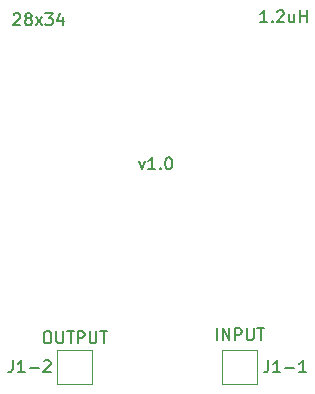
<source format=gbr>
%TF.GenerationSoftware,KiCad,Pcbnew,(6.0.11-0)*%
%TF.CreationDate,2023-05-05T09:17:23+02:00*%
%TF.ProjectId,Q17-PCB-Coil,5131372d-5043-4422-9d43-6f696c2e6b69,1.0*%
%TF.SameCoordinates,Original*%
%TF.FileFunction,Legend,Top*%
%TF.FilePolarity,Positive*%
%FSLAX46Y46*%
G04 Gerber Fmt 4.6, Leading zero omitted, Abs format (unit mm)*
G04 Created by KiCad (PCBNEW (6.0.11-0)) date 2023-05-05 09:17:23*
%MOMM*%
%LPD*%
G01*
G04 APERTURE LIST*
%ADD10C,0.150000*%
%ADD11C,0.120000*%
G04 APERTURE END LIST*
D10*
X129320962Y-85288380D02*
X128749533Y-85288380D01*
X129035247Y-85288380D02*
X129035247Y-84288380D01*
X128940009Y-84431238D01*
X128844771Y-84526476D01*
X128749533Y-84574095D01*
X129749533Y-85193142D02*
X129797152Y-85240761D01*
X129749533Y-85288380D01*
X129701914Y-85240761D01*
X129749533Y-85193142D01*
X129749533Y-85288380D01*
X130178104Y-84383619D02*
X130225724Y-84336000D01*
X130320962Y-84288380D01*
X130559057Y-84288380D01*
X130654295Y-84336000D01*
X130701914Y-84383619D01*
X130749533Y-84478857D01*
X130749533Y-84574095D01*
X130701914Y-84716952D01*
X130130485Y-85288380D01*
X130749533Y-85288380D01*
X131606676Y-84621714D02*
X131606676Y-85288380D01*
X131178104Y-84621714D02*
X131178104Y-85145523D01*
X131225724Y-85240761D01*
X131320962Y-85288380D01*
X131463819Y-85288380D01*
X131559057Y-85240761D01*
X131606676Y-85193142D01*
X132082866Y-85288380D02*
X132082866Y-84288380D01*
X132082866Y-84764571D02*
X132654295Y-84764571D01*
X132654295Y-85288380D02*
X132654295Y-84288380D01*
X110625238Y-111466380D02*
X110815714Y-111466380D01*
X110910952Y-111514000D01*
X111006190Y-111609238D01*
X111053809Y-111799714D01*
X111053809Y-112133047D01*
X111006190Y-112323523D01*
X110910952Y-112418761D01*
X110815714Y-112466380D01*
X110625238Y-112466380D01*
X110530000Y-112418761D01*
X110434761Y-112323523D01*
X110387142Y-112133047D01*
X110387142Y-111799714D01*
X110434761Y-111609238D01*
X110530000Y-111514000D01*
X110625238Y-111466380D01*
X111482380Y-111466380D02*
X111482380Y-112275904D01*
X111530000Y-112371142D01*
X111577619Y-112418761D01*
X111672857Y-112466380D01*
X111863333Y-112466380D01*
X111958571Y-112418761D01*
X112006190Y-112371142D01*
X112053809Y-112275904D01*
X112053809Y-111466380D01*
X112387142Y-111466380D02*
X112958571Y-111466380D01*
X112672857Y-112466380D02*
X112672857Y-111466380D01*
X113291904Y-112466380D02*
X113291904Y-111466380D01*
X113672857Y-111466380D01*
X113768095Y-111514000D01*
X113815714Y-111561619D01*
X113863333Y-111656857D01*
X113863333Y-111799714D01*
X113815714Y-111894952D01*
X113768095Y-111942571D01*
X113672857Y-111990190D01*
X113291904Y-111990190D01*
X114291904Y-111466380D02*
X114291904Y-112275904D01*
X114339523Y-112371142D01*
X114387142Y-112418761D01*
X114482380Y-112466380D01*
X114672857Y-112466380D01*
X114768095Y-112418761D01*
X114815714Y-112371142D01*
X114863333Y-112275904D01*
X114863333Y-111466380D01*
X115196666Y-111466380D02*
X115768095Y-111466380D01*
X115482380Y-112466380D02*
X115482380Y-111466380D01*
X118459428Y-97067714D02*
X118697523Y-97734380D01*
X118935619Y-97067714D01*
X119840380Y-97734380D02*
X119268952Y-97734380D01*
X119554666Y-97734380D02*
X119554666Y-96734380D01*
X119459428Y-96877238D01*
X119364190Y-96972476D01*
X119268952Y-97020095D01*
X120268952Y-97639142D02*
X120316571Y-97686761D01*
X120268952Y-97734380D01*
X120221333Y-97686761D01*
X120268952Y-97639142D01*
X120268952Y-97734380D01*
X120935619Y-96734380D02*
X121030857Y-96734380D01*
X121126095Y-96782000D01*
X121173714Y-96829619D01*
X121221333Y-96924857D01*
X121268952Y-97115333D01*
X121268952Y-97353428D01*
X121221333Y-97543904D01*
X121173714Y-97639142D01*
X121126095Y-97686761D01*
X121030857Y-97734380D01*
X120935619Y-97734380D01*
X120840380Y-97686761D01*
X120792761Y-97639142D01*
X120745142Y-97543904D01*
X120697523Y-97353428D01*
X120697523Y-97115333D01*
X120745142Y-96924857D01*
X120792761Y-96829619D01*
X120840380Y-96782000D01*
X120935619Y-96734380D01*
X107862952Y-84637619D02*
X107910571Y-84590000D01*
X108005809Y-84542380D01*
X108243904Y-84542380D01*
X108339142Y-84590000D01*
X108386761Y-84637619D01*
X108434380Y-84732857D01*
X108434380Y-84828095D01*
X108386761Y-84970952D01*
X107815333Y-85542380D01*
X108434380Y-85542380D01*
X109005809Y-84970952D02*
X108910571Y-84923333D01*
X108862952Y-84875714D01*
X108815333Y-84780476D01*
X108815333Y-84732857D01*
X108862952Y-84637619D01*
X108910571Y-84590000D01*
X109005809Y-84542380D01*
X109196285Y-84542380D01*
X109291523Y-84590000D01*
X109339142Y-84637619D01*
X109386761Y-84732857D01*
X109386761Y-84780476D01*
X109339142Y-84875714D01*
X109291523Y-84923333D01*
X109196285Y-84970952D01*
X109005809Y-84970952D01*
X108910571Y-85018571D01*
X108862952Y-85066190D01*
X108815333Y-85161428D01*
X108815333Y-85351904D01*
X108862952Y-85447142D01*
X108910571Y-85494761D01*
X109005809Y-85542380D01*
X109196285Y-85542380D01*
X109291523Y-85494761D01*
X109339142Y-85447142D01*
X109386761Y-85351904D01*
X109386761Y-85161428D01*
X109339142Y-85066190D01*
X109291523Y-85018571D01*
X109196285Y-84970952D01*
X109720095Y-85542380D02*
X110243904Y-84875714D01*
X109720095Y-84875714D02*
X110243904Y-85542380D01*
X110529619Y-84542380D02*
X111148666Y-84542380D01*
X110815333Y-84923333D01*
X110958190Y-84923333D01*
X111053428Y-84970952D01*
X111101047Y-85018571D01*
X111148666Y-85113809D01*
X111148666Y-85351904D01*
X111101047Y-85447142D01*
X111053428Y-85494761D01*
X110958190Y-85542380D01*
X110672476Y-85542380D01*
X110577238Y-85494761D01*
X110529619Y-85447142D01*
X112005809Y-84875714D02*
X112005809Y-85542380D01*
X111767714Y-84494761D02*
X111529619Y-85209047D01*
X112148666Y-85209047D01*
X125071428Y-112212380D02*
X125071428Y-111212380D01*
X125547619Y-112212380D02*
X125547619Y-111212380D01*
X126119047Y-112212380D01*
X126119047Y-111212380D01*
X126595238Y-112212380D02*
X126595238Y-111212380D01*
X126976190Y-111212380D01*
X127071428Y-111260000D01*
X127119047Y-111307619D01*
X127166666Y-111402857D01*
X127166666Y-111545714D01*
X127119047Y-111640952D01*
X127071428Y-111688571D01*
X126976190Y-111736190D01*
X126595238Y-111736190D01*
X127595238Y-111212380D02*
X127595238Y-112021904D01*
X127642857Y-112117142D01*
X127690476Y-112164761D01*
X127785714Y-112212380D01*
X127976190Y-112212380D01*
X128071428Y-112164761D01*
X128119047Y-112117142D01*
X128166666Y-112021904D01*
X128166666Y-111212380D01*
X128500000Y-111212380D02*
X129071428Y-111212380D01*
X128785714Y-112212380D02*
X128785714Y-111212380D01*
%TO.C,J1-2*%
X107791427Y-113906679D02*
X107791427Y-114620965D01*
X107743808Y-114763822D01*
X107648570Y-114859060D01*
X107505713Y-114906679D01*
X107410475Y-114906679D01*
X108791427Y-114906679D02*
X108219999Y-114906679D01*
X108505713Y-114906679D02*
X108505713Y-113906679D01*
X108410475Y-114049537D01*
X108315237Y-114144775D01*
X108219999Y-114192394D01*
X109219999Y-114525727D02*
X109981903Y-114525727D01*
X110410475Y-114001918D02*
X110458094Y-113954299D01*
X110553332Y-113906679D01*
X110791427Y-113906679D01*
X110886665Y-113954299D01*
X110934284Y-114001918D01*
X110981903Y-114097156D01*
X110981903Y-114192394D01*
X110934284Y-114335251D01*
X110362856Y-114906679D01*
X110981903Y-114906679D01*
%TO.C,J1-1*%
X129422845Y-113915361D02*
X129422845Y-114629647D01*
X129375226Y-114772504D01*
X129279988Y-114867742D01*
X129137131Y-114915361D01*
X129041893Y-114915361D01*
X130422845Y-114915361D02*
X129851417Y-114915361D01*
X130137131Y-114915361D02*
X130137131Y-113915361D01*
X130041893Y-114058219D01*
X129946655Y-114153457D01*
X129851417Y-114201076D01*
X130851417Y-114534409D02*
X131613321Y-114534409D01*
X132613321Y-114915361D02*
X132041893Y-114915361D01*
X132327607Y-114915361D02*
X132327607Y-113915361D01*
X132232369Y-114058219D01*
X132137131Y-114153457D01*
X132041893Y-114201076D01*
D11*
%TO.C,J1-2*%
X111530000Y-115908853D02*
X114530000Y-115908853D01*
X111530000Y-113058853D02*
X111530000Y-115908853D01*
X114530000Y-113058853D02*
X114530000Y-115908853D01*
X111530000Y-113058853D02*
X114530000Y-113058853D01*
%TO.C,J1-1*%
X125500000Y-115908853D02*
X128500000Y-115908853D01*
X128500000Y-113058853D02*
X128500000Y-115908853D01*
X125500000Y-113058853D02*
X128500000Y-113058853D01*
X125500000Y-113058853D02*
X125500000Y-115908853D01*
%TD*%
M02*

</source>
